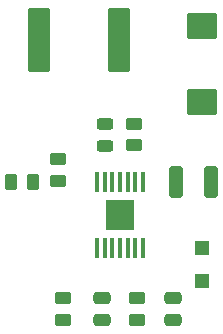
<source format=gtp>
%TF.GenerationSoftware,KiCad,Pcbnew,7.0.5-1.fc38*%
%TF.CreationDate,2023-07-21T11:59:43-04:00*%
%TF.ProjectId,driver-v0,64726976-6572-42d7-9630-2e6b69636164,rev?*%
%TF.SameCoordinates,Original*%
%TF.FileFunction,Paste,Top*%
%TF.FilePolarity,Positive*%
%FSLAX46Y46*%
G04 Gerber Fmt 4.6, Leading zero omitted, Abs format (unit mm)*
G04 Created by KiCad (PCBNEW 7.0.5-1.fc38) date 2023-07-21 11:59:43*
%MOMM*%
%LPD*%
G01*
G04 APERTURE LIST*
G04 Aperture macros list*
%AMRoundRect*
0 Rectangle with rounded corners*
0 $1 Rounding radius*
0 $2 $3 $4 $5 $6 $7 $8 $9 X,Y pos of 4 corners*
0 Add a 4 corners polygon primitive as box body*
4,1,4,$2,$3,$4,$5,$6,$7,$8,$9,$2,$3,0*
0 Add four circle primitives for the rounded corners*
1,1,$1+$1,$2,$3*
1,1,$1+$1,$4,$5*
1,1,$1+$1,$6,$7*
1,1,$1+$1,$8,$9*
0 Add four rect primitives between the rounded corners*
20,1,$1+$1,$2,$3,$4,$5,0*
20,1,$1+$1,$4,$5,$6,$7,0*
20,1,$1+$1,$6,$7,$8,$9,0*
20,1,$1+$1,$8,$9,$2,$3,0*%
G04 Aperture macros list end*
%ADD10C,0.010000*%
%ADD11RoundRect,0.250000X0.450000X-0.262500X0.450000X0.262500X-0.450000X0.262500X-0.450000X-0.262500X0*%
%ADD12RoundRect,0.250000X-0.262500X-0.450000X0.262500X-0.450000X0.262500X0.450000X-0.262500X0.450000X0*%
%ADD13RoundRect,0.250000X-0.325000X-1.100000X0.325000X-1.100000X0.325000X1.100000X-0.325000X1.100000X0*%
%ADD14RoundRect,0.250000X-0.712500X-2.475000X0.712500X-2.475000X0.712500X2.475000X-0.712500X2.475000X0*%
%ADD15RoundRect,0.250000X-0.450000X0.262500X-0.450000X-0.262500X0.450000X-0.262500X0.450000X0.262500X0*%
%ADD16R,1.200000X1.200000*%
%ADD17RoundRect,0.243750X0.456250X-0.243750X0.456250X0.243750X-0.456250X0.243750X-0.456250X-0.243750X0*%
%ADD18RoundRect,0.250000X0.475000X-0.250000X0.475000X0.250000X-0.475000X0.250000X-0.475000X-0.250000X0*%
%ADD19RoundRect,0.250000X1.025000X-0.875000X1.025000X0.875000X-1.025000X0.875000X-1.025000X-0.875000X0*%
G04 APERTURE END LIST*
%TO.C,U1*%
D10*
X148175000Y-121325000D02*
X147925000Y-121325000D01*
X147925000Y-119775000D01*
X148175000Y-119775000D01*
X148175000Y-121325000D01*
G36*
X148175000Y-121325000D02*
G01*
X147925000Y-121325000D01*
X147925000Y-119775000D01*
X148175000Y-119775000D01*
X148175000Y-121325000D01*
G37*
X148825000Y-121325000D02*
X148575000Y-121325000D01*
X148575000Y-119775000D01*
X148825000Y-119775000D01*
X148825000Y-121325000D01*
G36*
X148825000Y-121325000D02*
G01*
X148575000Y-121325000D01*
X148575000Y-119775000D01*
X148825000Y-119775000D01*
X148825000Y-121325000D01*
G37*
X149475000Y-121325000D02*
X149225000Y-121325000D01*
X149225000Y-119775000D01*
X149475000Y-119775000D01*
X149475000Y-121325000D01*
G36*
X149475000Y-121325000D02*
G01*
X149225000Y-121325000D01*
X149225000Y-119775000D01*
X149475000Y-119775000D01*
X149475000Y-121325000D01*
G37*
X150125000Y-121325000D02*
X149875000Y-121325000D01*
X149875000Y-119775000D01*
X150125000Y-119775000D01*
X150125000Y-121325000D01*
G36*
X150125000Y-121325000D02*
G01*
X149875000Y-121325000D01*
X149875000Y-119775000D01*
X150125000Y-119775000D01*
X150125000Y-121325000D01*
G37*
X150775000Y-121325000D02*
X150525000Y-121325000D01*
X150525000Y-119775000D01*
X150775000Y-119775000D01*
X150775000Y-121325000D01*
G36*
X150775000Y-121325000D02*
G01*
X150525000Y-121325000D01*
X150525000Y-119775000D01*
X150775000Y-119775000D01*
X150775000Y-121325000D01*
G37*
X151425000Y-121325000D02*
X151175000Y-121325000D01*
X151175000Y-119775000D01*
X151425000Y-119775000D01*
X151425000Y-121325000D01*
G36*
X151425000Y-121325000D02*
G01*
X151175000Y-121325000D01*
X151175000Y-119775000D01*
X151425000Y-119775000D01*
X151425000Y-121325000D01*
G37*
X152075000Y-121325000D02*
X151825000Y-121325000D01*
X151825000Y-119775000D01*
X152075000Y-119775000D01*
X152075000Y-121325000D01*
G36*
X152075000Y-121325000D02*
G01*
X151825000Y-121325000D01*
X151825000Y-119775000D01*
X152075000Y-119775000D01*
X152075000Y-121325000D01*
G37*
X151155000Y-118980000D02*
X148845000Y-118980000D01*
X148845000Y-116520000D01*
X151155000Y-116520000D01*
X151155000Y-118980000D01*
G36*
X151155000Y-118980000D02*
G01*
X148845000Y-118980000D01*
X148845000Y-116520000D01*
X151155000Y-116520000D01*
X151155000Y-118980000D01*
G37*
X148175000Y-115725000D02*
X147925000Y-115725000D01*
X147925000Y-114175000D01*
X148175000Y-114175000D01*
X148175000Y-115725000D01*
G36*
X148175000Y-115725000D02*
G01*
X147925000Y-115725000D01*
X147925000Y-114175000D01*
X148175000Y-114175000D01*
X148175000Y-115725000D01*
G37*
X148825000Y-115725000D02*
X148575000Y-115725000D01*
X148575000Y-114175000D01*
X148825000Y-114175000D01*
X148825000Y-115725000D01*
G36*
X148825000Y-115725000D02*
G01*
X148575000Y-115725000D01*
X148575000Y-114175000D01*
X148825000Y-114175000D01*
X148825000Y-115725000D01*
G37*
X149475000Y-115725000D02*
X149225000Y-115725000D01*
X149225000Y-114175000D01*
X149475000Y-114175000D01*
X149475000Y-115725000D01*
G36*
X149475000Y-115725000D02*
G01*
X149225000Y-115725000D01*
X149225000Y-114175000D01*
X149475000Y-114175000D01*
X149475000Y-115725000D01*
G37*
X150125000Y-115725000D02*
X149875000Y-115725000D01*
X149875000Y-114175000D01*
X150125000Y-114175000D01*
X150125000Y-115725000D01*
G36*
X150125000Y-115725000D02*
G01*
X149875000Y-115725000D01*
X149875000Y-114175000D01*
X150125000Y-114175000D01*
X150125000Y-115725000D01*
G37*
X150775000Y-115725000D02*
X150525000Y-115725000D01*
X150525000Y-114175000D01*
X150775000Y-114175000D01*
X150775000Y-115725000D01*
G36*
X150775000Y-115725000D02*
G01*
X150525000Y-115725000D01*
X150525000Y-114175000D01*
X150775000Y-114175000D01*
X150775000Y-115725000D01*
G37*
X151425000Y-115725000D02*
X151175000Y-115725000D01*
X151175000Y-114175000D01*
X151425000Y-114175000D01*
X151425000Y-115725000D01*
G36*
X151425000Y-115725000D02*
G01*
X151175000Y-115725000D01*
X151175000Y-114175000D01*
X151425000Y-114175000D01*
X151425000Y-115725000D01*
G37*
X152075000Y-115725000D02*
X151825000Y-115725000D01*
X151825000Y-114175000D01*
X152075000Y-114175000D01*
X152075000Y-115725000D01*
G36*
X152075000Y-115725000D02*
G01*
X151825000Y-115725000D01*
X151825000Y-114175000D01*
X152075000Y-114175000D01*
X152075000Y-115725000D01*
G37*
%TD*%
D11*
%TO.C,R3*%
X145250000Y-126662500D03*
X145250000Y-124837500D03*
%TD*%
D12*
%TO.C,R1*%
X140837500Y-115000000D03*
X142662500Y-115000000D03*
%TD*%
D13*
%TO.C,C3*%
X154775000Y-115000000D03*
X157725000Y-115000000D03*
%TD*%
D14*
%TO.C,F1*%
X143212500Y-103000000D03*
X149987500Y-103000000D03*
%TD*%
D15*
%TO.C,R5*%
X144750000Y-113087500D03*
X144750000Y-114912500D03*
%TD*%
D16*
%TO.C,D2*%
X157000000Y-120600000D03*
X157000000Y-123400000D03*
%TD*%
D17*
%TO.C,D1*%
X148750000Y-111937500D03*
X148750000Y-110062500D03*
%TD*%
D18*
%TO.C,C4*%
X148500000Y-126700000D03*
X148500000Y-124800000D03*
%TD*%
D11*
%TO.C,R2*%
X151500000Y-126662500D03*
X151500000Y-124837500D03*
%TD*%
%TO.C,R4*%
X151250000Y-111912500D03*
X151250000Y-110087500D03*
%TD*%
D18*
%TO.C,C5*%
X154500000Y-126700000D03*
X154500000Y-124800000D03*
%TD*%
D19*
%TO.C,C1*%
X157000000Y-108200000D03*
X157000000Y-101800000D03*
%TD*%
M02*

</source>
